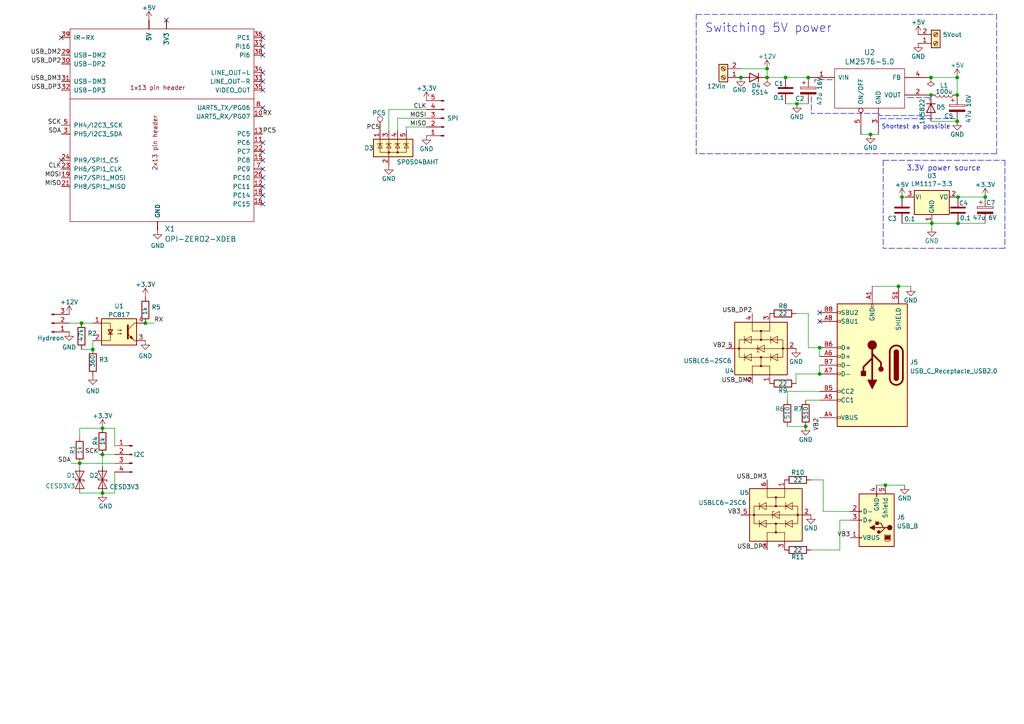
<source format=kicad_sch>
(kicad_sch (version 20240101) (generator "eeschema") (generator_version "8.99")
  (paper "A4")
  (lib_symbols
    (symbol "Connector:Conn_01x03_Male" (pin_names (offset 1.016) hide)
      (property "Reference" "J" (at 0 5.08 0))
      (property "Value" "Conn_01x03_Male" (at 0 -5.08 0))
      (symbol "Conn_01x03_Male_1_1"
        (polyline (pts (xy 1.27 -2.54) (xy 0.8636 -2.54)) (stroke (width 0.1524)))
        (polyline (pts (xy 1.27 0) (xy 0.8636 0)) (stroke (width 0.1524)))
        (polyline (pts (xy 1.27 2.54) (xy 0.8636 2.54)) (stroke (width 0.1524)))
        (rectangle (start 0.8636 -2.413) (end 0 -2.667) (stroke (width 0.1524)) (fill (type outline)))
        (rectangle (start 0.8636 0.127) (end 0 -0.127) (stroke (width 0.1524)) (fill (type outline)))
        (rectangle (start 0.8636 2.667) (end 0 2.413) (stroke (width 0.1524)) (fill (type outline)))
        (pin passive line (at 5.08 2.54 180) (length 3.81) (name "Pin_1") (number "1"))
        (pin passive line (at 5.08 0 180) (length 3.81) (name "Pin_2") (number "2"))
        (pin passive line (at 5.08 -2.54 180) (length 3.81) (name "Pin_3") (number "3"))
      )
    )
    (symbol "Connector:Conn_01x04_Male" (pin_names (offset 1.016) hide)
      (property "Reference" "J" (at 0 5.08 0))
      (property "Value" "Conn_01x04_Male" (at 0 -7.62 0))
      (symbol "Conn_01x04_Male_1_1"
        (polyline (pts (xy 1.27 -5.08) (xy 0.8636 -5.08)) (stroke (width 0.1524)))
        (polyline (pts (xy 1.27 -2.54) (xy 0.8636 -2.54)) (stroke (width 0.1524)))
        (polyline (pts (xy 1.27 0) (xy 0.8636 0)) (stroke (width 0.1524)))
        (polyline (pts (xy 1.27 2.54) (xy 0.8636 2.54)) (stroke (width 0.1524)))
        (rectangle (start 0.8636 -4.953) (end 0 -5.207) (stroke (width 0.1524)) (fill (type outline)))
        (rectangle (start 0.8636 -2.413) (end 0 -2.667) (stroke (width 0.1524)) (fill (type outline)))
        (rectangle (start 0.8636 0.127) (end 0 -0.127) (stroke (width 0.1524)) (fill (type outline)))
        (rectangle (start 0.8636 2.667) (end 0 2.413) (stroke (width 0.1524)) (fill (type outline)))
        (pin passive line (at 5.08 2.54 180) (length 3.81) (name "Pin_1") (number "1"))
        (pin passive line (at 5.08 0 180) (length 3.81) (name "Pin_2") (number "2"))
        (pin passive line (at 5.08 -2.54 180) (length 3.81) (name "Pin_3") (number "3"))
        (pin passive line (at 5.08 -5.08 180) (length 3.81) (name "Pin_4") (number "4"))
      )
    )
    (symbol "Connector:Conn_01x05_Male" (pin_names (offset 1.016) hide)
      (property "Reference" "J" (at 0 7.62 0))
      (property "Value" "Conn_01x05_Male" (at 0 -7.62 0))
      (symbol "Conn_01x05_Male_1_1"
        (polyline (pts (xy 1.27 -5.08) (xy 0.8636 -5.08)) (stroke (width 0.1524)))
        (polyline (pts (xy 1.27 -2.54) (xy 0.8636 -2.54)) (stroke (width 0.1524)))
        (polyline (pts (xy 1.27 0) (xy 0.8636 0)) (stroke (width 0.1524)))
        (polyline (pts (xy 1.27 2.54) (xy 0.8636 2.54)) (stroke (width 0.1524)))
        (polyline (pts (xy 1.27 5.08) (xy 0.8636 5.08)) (stroke (width 0.1524)))
        (rectangle (start 0.8636 -4.953) (end 0 -5.207) (stroke (width 0.1524)) (fill (type outline)))
        (rectangle (start 0.8636 -2.413) (end 0 -2.667) (stroke (width 0.1524)) (fill (type outline)))
        (rectangle (start 0.8636 0.127) (end 0 -0.127) (stroke (width 0.1524)) (fill (type outline)))
        (rectangle (start 0.8636 2.667) (end 0 2.413) (stroke (width 0.1524)) (fill (type outline)))
        (rectangle (start 0.8636 5.207) (end 0 4.953) (stroke (width 0.1524)) (fill (type outline)))
        (pin passive line (at 5.08 5.08 180) (length 3.81) (name "Pin_1") (number "1"))
        (pin passive line (at 5.08 2.54 180) (length 3.81) (name "Pin_2") (number "2"))
        (pin passive line (at 5.08 0 180) (length 3.81) (name "Pin_3") (number "3"))
        (pin passive line (at 5.08 -2.54 180) (length 3.81) (name "Pin_4") (number "4"))
        (pin passive line (at 5.08 -5.08 180) (length 3.81) (name "Pin_5") (number "5"))
      )
    )
    (symbol "Connector:Screw_Terminal_01x02" (pin_names (offset 1.016) hide)
      (property "Reference" "J" (at 0 2.54 0))
      (property "Value" "Screw_Terminal_01x02" (at 0 -5.08 0))
      (symbol "Screw_Terminal_01x02_1_1"
        (rectangle (start -1.27 1.27) (end 1.27 -3.81) (stroke (width 0.254)) (fill (type background)))
        (circle (center 0 -2.54) (radius 0.635) (stroke (width 0.1524)))
        (polyline (pts (xy -0.5334 -2.2098) (xy 0.3302 -3.048)) (stroke (width 0.1524)))
        (polyline (pts (xy -0.5334 0.3302) (xy 0.3302 -0.508)) (stroke (width 0.1524)))
        (polyline (pts (xy -0.3556 -2.032) (xy 0.508 -2.8702)) (stroke (width 0.1524)))
        (polyline (pts (xy -0.3556 0.508) (xy 0.508 -0.3302)) (stroke (width 0.1524)))
        (circle (center 0 0) (radius 0.635) (stroke (width 0.1524)))
        (pin passive line (at -5.08 0 0) (length 3.81) (name "Pin_1") (number "1"))
        (pin passive line (at -5.08 -2.54 0) (length 3.81) (name "Pin_2") (number "2"))
      )
    )
    (symbol "Connector:TestPoint" (pin_numbers hide) (pin_names (offset 0.762) hide)
      (property "Reference" "TP" (at 0 6.858 0))
      (property "Value" "TestPoint" (at 0 5.08 0))
      (symbol "TestPoint_0_1"
        (circle (center 0 3.302) (radius 0.762))
      )
      (symbol "TestPoint_1_1"
        (pin passive line (at 0 0 90) (length 2.54) (name "1") (number "1"))
      )
    )
    (symbol "Connector:USB_B" (pin_names (offset 1.016))
      (property "Reference" "J" (at -5.08 11.43 0))
      (property "Value" "USB_B" (at -5.08 8.89 0))
      (symbol "USB_B_0_1"
        (rectangle (start -5.08 -7.62) (end 5.08 7.62) (stroke (width 0.254)) (fill (type background)))
        (circle (center -3.81 2.159) (radius 0.635) (stroke (width 0.254)) (fill (type outline)))
        (rectangle (start -3.81 5.588) (end -2.54 4.572) (fill (type outline)))
        (circle (center -0.635 3.429) (radius 0.381) (stroke (width 0.254)) (fill (type outline)))
        (rectangle (start -0.127 -7.62) (end 0.127 -6.858))
        (polyline (pts (xy -1.905 2.159) (xy 0.635 2.159)) (stroke (width 0.254)))
        (polyline (pts (xy -3.175 2.159) (xy -2.54 2.159) (xy -1.27 3.429) (xy -0.635 3.429)) (stroke (width 0.254)))
        (polyline (pts (xy -2.54 2.159) (xy -1.905 2.159) (xy -1.27 0.889) (xy 0 0.889)) (stroke (width 0.254)))
        (polyline (pts (xy 0.635 2.794) (xy 0.635 1.524) (xy 1.905 2.159) (xy 0.635 2.794)) (stroke (width 0.254)) (fill (type outline)))
        (polyline (pts (xy -4.064 4.318) (xy -2.286 4.318) (xy -2.286 5.715) (xy -2.667 6.096) (xy -3.683 6.096) (xy -4.064 5.715) (xy -4.064 4.318)))
        (rectangle (start 0.254 1.27) (end -0.508 0.508) (stroke (width 0.254)) (fill (type outline)))
        (rectangle (start 5.08 -2.667) (end 4.318 -2.413))
        (rectangle (start 5.08 -0.127) (end 4.318 0.127))
        (rectangle (start 5.08 4.953) (end 4.318 5.207))
      )
      (symbol "USB_B_1_1"
        (pin power_out line (at 7.62 5.08 180) (length 2.54) (name "VBUS") (number "1"))
        (pin bidirectional line (at 7.62 -2.54 180) (length 2.54) (name "D-") (number "2"))
        (pin bidirectional line (at 7.62 0 180) (length 2.54) (name "D+") (number "3"))
        (pin power_out line (at 0 -10.16 90) (length 2.54) (name "GND") (number "4"))
        (pin passive line (at -2.54 -10.16 90) (length 2.54) (name "Shield") (number "5"))
      )
    )
    (symbol "Connector:USB_C_Receptacle_USB2.0" (pin_names (offset 1.016))
      (property "Reference" "J" (at -10.16 19.05 0))
      (property "Value" "USB_C_Receptacle_USB2.0" (at 19.05 19.05 0))
      (symbol "USB_C_Receptacle_USB2.0_0_0"
        (rectangle (start -0.254 -17.78) (end 0.254 -16.764))
        (rectangle (start 10.16 -14.986) (end 9.144 -15.494))
        (rectangle (start 10.16 -12.446) (end 9.144 -12.954))
        (rectangle (start 10.16 -4.826) (end 9.144 -5.334))
        (rectangle (start 10.16 -2.286) (end 9.144 -2.794))
        (rectangle (start 10.16 0.254) (end 9.144 -0.254))
        (rectangle (start 10.16 2.794) (end 9.144 2.286))
        (rectangle (start 10.16 7.874) (end 9.144 7.366))
        (rectangle (start 10.16 10.414) (end 9.144 9.906))
        (rectangle (start 10.16 15.494) (end 9.144 14.986))
      )
      (symbol "USB_C_Receptacle_USB2.0_0_1"
        (rectangle (start -10.16 17.78) (end 10.16 -17.78) (stroke (width 0.254)) (fill (type background)))
        (arc (start -8.89 -3.81) (mid -6.985 -5.7066) (end -5.08 -3.81) (stroke (width 0.508)))
        (arc (start -7.62 -3.81) (mid -6.985 -4.4422) (end -6.35 -3.81) (stroke (width 0.254)))
        (arc (start -7.62 -3.81) (mid -6.985 -4.4422) (end -6.35 -3.81) (stroke (width 0.254)) (fill (type outline)))
        (rectangle (start -7.62 -3.81) (end -6.35 3.81) (stroke (width 0.254)) (fill (type outline)))
        (arc (start -6.35 3.81) (mid -6.985 4.4422) (end -7.62 3.81) (stroke (width 0.254)))
        (arc (start -6.35 3.81) (mid -6.985 4.4422) (end -7.62 3.81) (stroke (width 0.254)) (fill (type outline)))
        (arc (start -5.08 3.81) (mid -6.985 5.7066) (end -8.89 3.81) (stroke (width 0.508)))
        (circle (center -2.54 1.143) (radius 0.635) (stroke (width 0.254)) (fill (type outline)))
        (circle (center 0 -5.842) (radius 1.27) (fill (type outline)))
        (polyline (pts (xy -8.89 -3.81) (xy -8.89 3.81)) (stroke (width 0.508)))
        (polyline (pts (xy -5.08 3.81) (xy -5.08 -3.81)) (stroke (width 0.508)))
        (polyline (pts (xy 0 -5.842) (xy 0 4.318)) (stroke (width 0.508)))
        (polyline (pts (xy 0 -3.302) (xy -2.54 -0.762) (xy -2.54 0.508)) (stroke (width 0.508)))
        (polyline (pts (xy 0 -2.032) (xy 2.54 0.508) (xy 2.54 1.778)) (stroke (width 0.508)))
        (polyline (pts (xy -1.27 4.318) (xy 0 6.858) (xy 1.27 4.318) (xy -1.27 4.318)) (stroke (width 0.254)) (fill (type outline)))
        (rectangle (start 1.905 1.778) (end 3.175 3.048) (stroke (width 0.254)) (fill (type outline)))
      )
      (symbol "USB_C_Receptacle_USB2.0_1_1"
        (pin passive line (at 0 -22.86 90) (length 5.08) (name "GND") (number "A1"))
        (pin passive line (at 0 -22.86 90) (length 5.08) hide (name "GND") (number "A12"))
        (pin passive line (at 15.24 15.24 180) (length 5.08) (name "VBUS") (number "A4"))
        (pin bidirectional line (at 15.24 10.16 180) (length 5.08) (name "CC1") (number "A5"))
        (pin bidirectional line (at 15.24 -2.54 180) (length 5.08) (name "D+") (number "A6"))
        (pin bidirectional line (at 15.24 2.54 180) (length 5.08) (name "D-") (number "A7"))
        (pin bidirectional line (at 15.24 -12.7 180) (length 5.08) (name "SBU1") (number "A8"))
        (pin passive line (at 15.24 15.24 180) (length 5.08) hide (name "VBUS") (number "A9"))
        (pin passive line (at 0 -22.86 90) (length 5.08) hide (name "GND") (number "B1"))
        (pin passive line (at 0 -22.86 90) (length 5.08) hide (name "GND") (number "B12"))
        (pin passive line (at 15.24 15.24 180) (length 5.08) hide (name "VBUS") (number "B4"))
        (pin bidirectional line (at 15.24 7.62 180) (length 5.08) (name "CC2") (number "B5"))
        (pin bidirectional line (at 15.24 -5.08 180) (length 5.08) (name "D+") (number "B6"))
        (pin bidirectional line (at 15.24 0 180) (length 5.08) (name "D-") (number "B7"))
        (pin bidirectional line (at 15.24 -15.24 180) (length 5.08) (name "SBU2") (number "B8"))
        (pin passive line (at 15.24 15.24 180) (length 5.08) hide (name "VBUS") (number "B9"))
        (pin passive line (at -7.62 -22.86 90) (length 5.08) (name "SHIELD") (number "S1"))
      )
    )
    (symbol "Device:C" (pin_numbers hide) (pin_names (offset 0.254))
      (property "Reference" "C" (at 0.635 2.54 0))
      (property "Value" "C" (at 0.635 -2.54 0))
      (symbol "C_0_1"
        (polyline (pts (xy -2.032 -0.762) (xy 2.032 -0.762)) (stroke (width 0.508)))
        (polyline (pts (xy -2.032 0.762) (xy 2.032 0.762)) (stroke (width 0.508)))
      )
      (symbol "C_1_1"
        (pin passive line (at 0 3.81 270) (length 2.794) (name "~") (number "1"))
        (pin passive line (at 0 -3.81 90) (length 2.794) (name "~") (number "2"))
      )
    )
    (symbol "Device:C_Polarized" (pin_numbers hide) (pin_names (offset 0.254))
      (property "Reference" "C" (at 0.635 2.54 0))
      (property "Value" "C_Polarized" (at 0.635 -2.54 0))
      (symbol "C_Polarized_0_1"
        (rectangle (start -2.286 0.508) (end 2.286 1.016))
        (polyline (pts (xy -1.778 2.286) (xy -0.762 2.286)))
        (polyline (pts (xy -1.27 2.794) (xy -1.27 1.778)))
        (rectangle (start 2.286 -0.508) (end -2.286 -1.016) (fill (type outline)))
      )
      (symbol "C_Polarized_1_1"
        (pin passive line (at 0 3.81 270) (length 2.794) (name "~") (number "1"))
        (pin passive line (at 0 -3.81 90) (length 2.794) (name "~") (number "2"))
      )
    )
    (symbol "Device:D" (pin_numbers hide) (pin_names (offset 1.016) hide)
      (property "Reference" "D" (at 0 2.54 0))
      (property "Value" "D" (at 0 -2.54 0))
      (symbol "D_0_1"
        (polyline (pts (xy -1.27 1.27) (xy -1.27 -1.27)) (stroke (width 0.254)))
        (polyline (pts (xy 1.27 0) (xy -1.27 0)))
        (polyline (pts (xy 1.27 1.27) (xy 1.27 -1.27) (xy -1.27 0) (xy 1.27 1.27)) (stroke (width 0.254)))
      )
      (symbol "D_1_1"
        (pin passive line (at -3.81 0 0) (length 2.54) (name "K") (number "1"))
        (pin passive line (at 3.81 0 180) (length 2.54) (name "A") (number "2"))
      )
    )
    (symbol "Device:L" (pin_numbers hide) (pin_names (offset 1.016) hide)
      (property "Reference" "L" (at -1.27 0 90))
      (property "Value" "L" (at 1.905 0 90))
      (symbol "L_0_1"
        (arc (start 0 -2.54) (mid 0.6323 -1.905) (end 0 -1.27))
        (arc (start 0 -1.27) (mid 0.6323 -0.635) (end 0 0))
        (arc (start 0 0) (mid 0.6323 0.635) (end 0 1.27))
        (arc (start 0 1.27) (mid 0.6323 1.905) (end 0 2.54))
      )
      (symbol "L_1_1"
        (pin passive line (at 0 3.81 270) (length 1.27) (name "1") (number "1"))
        (pin passive line (at 0 -3.81 90) (length 1.27) (name "2") (number "2"))
      )
    )
    (symbol "Device:R" (pin_numbers hide) (pin_names (offset 0))
      (property "Reference" "R" (at 2.032 0 90))
      (property "Value" "R" (at 0 0 90))
      (symbol "R_0_1"
        (rectangle (start -1.016 -2.54) (end 1.016 2.54) (stroke (width 0.254)))
      )
      (symbol "R_1_1"
        (pin passive line (at 0 3.81 270) (length 1.27) (name "~") (number "1"))
        (pin passive line (at 0 -3.81 90) (length 1.27) (name "~") (number "2"))
      )
    )
    (symbol "Diode:ESD9B3.3ST5G" (pin_numbers hide) (pin_names (offset 1.016) hide)
      (property "Reference" "D" (at 0 2.54 0))
      (property "Value" "ESD9B3.3ST5G" (at 0 -2.54 0))
      (symbol "ESD9B3.3ST5G_0_1"
        (polyline (pts (xy 1.27 0) (xy -1.27 0)))
        (polyline (pts (xy -2.54 -1.27) (xy 0 0) (xy -2.54 1.27) (xy -2.54 -1.27)) (stroke (width 0.2032)))
        (polyline (pts (xy 0.508 1.27) (xy 0 1.27) (xy 0 -1.27) (xy -0.508 -1.27)) (stroke (width 0.2032)))
        (polyline (pts (xy 2.54 1.27) (xy 2.54 -1.27) (xy 0 0) (xy 2.54 1.27)) (stroke (width 0.2032)))
      )
      (symbol "ESD9B3.3ST5G_1_1"
        (pin passive line (at -3.81 0 0) (length 2.54) (name "A1") (number "1"))
        (pin passive line (at 3.81 0 180) (length 2.54) (name "A2") (number "2"))
      )
    )
    (symbol "Isolator:PC817" (pin_names (offset 1.016))
      (property "Reference" "U" (at -5.08 5.08 0))
      (property "Value" "PC817" (at 0 5.08 0))
      (symbol "PC817_0_1"
        (rectangle (start -5.08 3.81) (end 5.08 -3.81) (stroke (width 0.254)) (fill (type background)))
        (polyline (pts (xy -3.175 -0.635) (xy -1.905 -0.635)) (stroke (width 0.254)))
        (polyline (pts (xy 2.54 0.635) (xy 4.445 2.54)))
        (polyline (pts (xy 4.445 -2.54) (xy 2.54 -0.635)) (fill (type outline)))
        (polyline (pts (xy 4.445 -2.54) (xy 5.08 -2.54)))
        (polyline (pts (xy 4.445 2.54) (xy 5.08 2.54)))
        (polyline (pts (xy -5.08 2.54) (xy -2.54 2.54) (xy -2.54 -0.635)))
        (polyline (pts (xy -2.54 -0.635) (xy -2.54 -2.54) (xy -5.08 -2.54)))
        (polyline (pts (xy 2.54 1.905) (xy 2.54 -1.905) (xy 2.54 -1.905)) (stroke (width 0.508)))
        (polyline (pts (xy -2.54 -0.635) (xy -3.175 0.635) (xy -1.905 0.635) (xy -2.54 -0.635)) (stroke (width 0.254)))
        (polyline (pts (xy -0.508 -0.508) (xy 0.762 -0.508) (xy 0.381 -0.635) (xy 0.381 -0.381) (xy 0.762 -0.508)))
        (polyline (pts (xy -0.508 0.508) (xy 0.762 0.508) (xy 0.381 0.381) (xy 0.381 0.635) (xy 0.762 0.508)))
        (polyline (pts (xy 3.048 -1.651) (xy 3.556 -1.143) (xy 4.064 -2.159) (xy 3.048 -1.651) (xy 3.048 -1.651)) (fill (type outline)))
      )
      (symbol "PC817_1_1"
        (pin passive line (at -7.62 2.54 0) (length 2.54) (name "~") (number "1"))
        (pin passive line (at -7.62 -2.54 0) (length 2.54) (name "~") (number "2"))
        (pin passive line (at 7.62 -2.54 180) (length 2.54) (name "~") (number "3"))
        (pin passive line (at 7.62 2.54 180) (length 2.54) (name "~") (number "4"))
      )
    )
    (symbol "Power_Protection:SP0504BAHT" (pin_names hide)
      (property "Reference" "D" (at 7.62 2.54 0))
      (property "Value" "SP0504BAHT" (at 7.62 0.635 0))
      (symbol "SP0504BAHT_0_0"
        (pin passive line (at 0 -5.08 90) (length 2.54) (name "A") (number "2"))
      )
      (symbol "SP0504BAHT_0_1"
        (rectangle (start -4.445 2.54) (end 6.985 -2.54) (stroke (width 0.254)) (fill (type background)))
        (circle (center 0 -1.27) (radius 0.254) (fill (type outline)))
        (polyline (pts (xy -2.54 2.54) (xy -2.54 1.27)))
        (polyline (pts (xy 0 -1.27) (xy 0 -2.54)))
        (polyline (pts (xy 0 -1.27) (xy 0 1.27)))
        (polyline (pts (xy 0 2.54) (xy 0 1.27)))
        (polyline (pts (xy 2.54 2.54) (xy 2.54 1.27)))
        (polyline (pts (xy 5.08 2.54) (xy 5.08 1.27)))
        (polyline (pts (xy -3.302 1.016) (xy -3.302 1.27) (xy -1.778 1.27)))
        (polyline (pts (xy 0.762 1.27) (xy -0.762 1.27) (xy -0.762 1.016)))
        (polyline (pts (xy 5.08 1.27) (xy 5.08 -1.27) (xy 2.54 -1.27)))
        (polyline (pts (xy -2.54 1.27) (xy -2.54 -1.27) (xy 2.54 -1.27) (xy 2.54 1.27)))
        (polyline (pts (xy -2.54 1.27) (xy -1.905 0) (xy -3.175 0) (xy -2.54 1.27)))
        (polyline (pts (xy 0.635 0) (xy -0.635 0) (xy 0 1.27) (xy 0.635 0)))
        (polyline (pts (xy 1.778 1.016) (xy 1.778 1.27) (xy 3.175 1.27) (xy 3.302 1.27)))
        (polyline (pts (xy 2.54 1.27) (xy 1.905 0) (xy 3.175 0) (xy 2.54 1.27)))
        (polyline (pts (xy 4.318 1.016) (xy 4.318 1.27) (xy 5.715 1.27) (xy 5.842 1.27)))
        (polyline (pts (xy 5.08 1.27) (xy 4.445 0) (xy 5.715 0) (xy 5.08 1.27)))
        (circle (center 2.54 -1.27) (radius 0.254) (fill (type outline)))
      )
      (symbol "SP0504BAHT_1_1"
        (pin passive line (at -2.54 5.08 270) (length 2.54) (name "K") (number "1"))
        (pin passive line (at 0 5.08 270) (length 2.54) (name "K") (number "3"))
        (pin passive line (at 2.54 5.08 270) (length 2.54) (name "K") (number "4"))
        (pin passive line (at 5.08 5.08 270) (length 2.54) (name "K") (number "5"))
      )
    )
    (symbol "Power_Protection:USBLC6-2SC6" (pin_names hide)
      (property "Reference" "U" (at 2.54 8.89 0))
      (property "Value" "USBLC6-2SC6" (at 2.54 -8.89 0))
      (symbol "USBLC6-2SC6_0_1"
        (rectangle (start -7.62 -7.62) (end 7.62 7.62) (stroke (width 0.254)) (fill (type background)))
        (circle (center -5.08 0) (radius 0.254) (fill (type outline)))
        (circle (center -2.54 0) (radius 0.254) (fill (type outline)))
        (rectangle (start -2.54 6.35) (end 2.54 -6.35))
        (circle (center 0 -6.35) (radius 0.254) (fill (type outline)))
        (polyline (pts (xy -5.08 -2.54) (xy -7.62 -2.54)))
        (polyline (pts (xy -5.08 0) (xy -5.08 -2.54)))
        (polyline (pts (xy -5.08 2.54) (xy -7.62 2.54)))
        (polyline (pts (xy -1.524 -2.794) (xy -3.556 -2.794)))
        (polyline (pts (xy -1.524 4.826) (xy -3.556 4.826)))
        (polyline (pts (xy 0 -7.62) (xy 0 -6.35)))
        (polyline (pts (xy 0 -6.35) (xy 0 1.27)))
        (polyline (pts (xy 0 1.27) (xy 0 6.35)))
        (polyline (pts (xy 0 6.35) (xy 0 7.62)))
        (polyline (pts (xy 1.524 -2.794) (xy 3.556 -2.794)))
        (polyline (pts (xy 1.524 4.826) (xy 3.556 4.826)))
        (polyline (pts (xy 5.08 -2.54) (xy 7.62 -2.54)))
        (polyline (pts (xy 5.08 0) (xy 5.08 -2.54)))
        (polyline (pts (xy 5.08 2.54) (xy 7.62 2.54)))
        (polyline (pts (xy -2.54 0) (xy -5.08 0) (xy -5.08 2.54)))
        (polyline (pts (xy 2.54 0) (xy 5.08 0) (xy 5.08 2.54)))
        (polyline (pts (xy -3.556 -4.826) (xy -1.524 -4.826) (xy -2.54 -2.794) (xy -3.556 -4.826)))
        (polyline (pts (xy -3.556 2.794) (xy -1.524 2.794) (xy -2.54 4.826) (xy -3.556 2.794)))
        (polyline (pts (xy -1.016 -1.016) (xy 1.016 -1.016) (xy 0 1.016) (xy -1.016 -1.016)))
        (polyline (pts (xy 1.016 1.016) (xy 0.762 1.016) (xy -1.016 1.016) (xy -1.016 0.508)))
        (polyline (pts (xy 3.556 -4.826) (xy 1.524 -4.826) (xy 2.54 -2.794) (xy 3.556 -4.826)))
        (polyline (pts (xy 3.556 2.794) (xy 1.524 2.794) (xy 2.54 4.826) (xy 3.556 2.794)))
        (circle (center 0 6.35) (radius 0.254) (fill (type outline)))
        (circle (center 2.54 0) (radius 0.254) (fill (type outline)))
        (circle (center 5.08 0) (radius 0.254) (fill (type outline)))
      )
      (symbol "USBLC6-2SC6_1_1"
        (pin passive line (at -10.16 -2.54 0) (length 2.54) (name "I/O1") (number "1"))
        (pin passive line (at 0 -10.16 90) (length 2.54) (name "GND") (number "2"))
        (pin passive line (at 10.16 -2.54 180) (length 2.54) (name "I/O2") (number "3"))
        (pin passive line (at 10.16 2.54 180) (length 2.54) (name "I/O2") (number "4"))
        (pin passive line (at 0 10.16 270) (length 2.54) (name "VBUS") (number "5"))
        (pin passive line (at -10.16 2.54 0) (length 2.54) (name "I/O1") (number "6"))
      )
    )
    (symbol "Regulator_Linear:LM1117-3.3" (pin_names (offset 0.254))
      (property "Reference" "U" (at -3.81 3.175 0))
      (property "Value" "LM1117-3.3" (at 0 3.175 0))
      (symbol "LM1117-3.3_0_1"
        (rectangle (start -5.08 -5.08) (end 5.08 1.905) (stroke (width 0.254)) (fill (type background)))
      )
      (symbol "LM1117-3.3_1_1"
        (pin power_in line (at 0 -7.62 90) (length 2.54) (name "GND") (number "1"))
        (pin power_out line (at 7.62 0 180) (length 2.54) (name "VO") (number "2"))
        (pin power_in line (at -7.62 0 0) (length 2.54) (name "VI") (number "3"))
      )
    )
    (symbol "opi-hat:OPI-ZERO2-XDEB" (pin_names (offset 1.016))
      (property "Reference" "X" (at 2.54 5.08 0))
      (property "Value" "OPI-ZERO2-XDEB" (at 2.54 2.54 0))
      (symbol "OPI-ZERO2-XDEB_1_0"
        (polyline (pts (xy 0 0) (xy 53.34 0)))
        (polyline (pts (xy 0 35.56) (xy 0 0)))
        (polyline (pts (xy 0 35.56) (xy 53.34 35.56)))
        (polyline (pts (xy 0 55.88) (xy 0 35.56)))
        (polyline (pts (xy 53.34 0) (xy 53.34 35.56)))
        (polyline (pts (xy 53.34 35.56) (xy 53.34 55.88)))
        (polyline (pts (xy 53.34 55.88) (xy 0 55.88)))
        (text "1x13 pin header" (at 25.4 38.1 0) (effects (font (size 1.27 1.27)) (justify bottom)))
        (text "2x13 pin header" (at 25.4 22.86 900) (effects (font (size 1.27 1.27)) (justify bottom)))
        (pin power_in line (at 27.94 58.42 270) (length 2.54) (name "3V3") (number "1"))
        (pin bidirectional line (at 55.88 30.48 180) (length 2.54) (name "UART5_RX/PG07") (number "10"))
        (pin bidirectional line (at 55.88 22.86 180) (length 2.54) (name "PC6") (number "11"))
        (pin bidirectional line (at 55.88 10.16 180) (length 2.54) (name "PC11") (number "12"))
        (pin bidirectional line (at 55.88 25.4 180) (length 2.54) (name "PC5") (number "13"))
        (pin power_in line (at 25.4 -2.54 90) (length 2.54) (name "GND") (number "14"))
        (pin bidirectional line (at 55.88 17.78 180) (length 2.54) (name "PC8") (number "15"))
        (pin bidirectional line (at 55.88 5.08 180) (length 2.54) (name "PC15") (number "16"))
        (pin power_in line (at 27.94 58.42 270) (length 2.54) (name "3V3") (number "17"))
        (pin bidirectional line (at 55.88 7.62 180) (length 2.54) (name "PC14") (number "18"))
        (pin bidirectional line (at -2.54 12.7 0) (length 2.54) (name "PH7/SPI1_MOSI") (number "19"))
        (pin power_in line (at 22.86 58.42 270) (length 2.54) (name "5V") (number "2"))
        (pin power_in line (at 25.4 -2.54 90) (length 2.54) (name "GND") (number "20"))
        (pin bidirectional line (at -2.54 10.16 0) (length 2.54) (name "PH8/SPI1_MISO") (number "21"))
        (pin bidirectional line (at 55.88 20.32 180) (length 2.54) (name "PC7") (number "22"))
        (pin bidirectional line (at -2.54 15.24 0) (length 2.54) (name "PH6/SPI1_CLK") (number "23"))
        (pin bidirectional line (at -2.54 17.78 0) (length 2.54) (name "PH9/SPI1_CS") (number "24"))
        (pin power_in line (at 25.4 -2.54 90) (length 2.54) (name "GND") (number "25"))
        (pin bidirectional line (at 55.88 12.7 180) (length 2.54) (name "PC10") (number "26"))
        (pin power_in line (at 22.86 58.42 270) (length 2.54) (name "5V") (number "27"))
        (pin power_in line (at 22.86 58.42 270) (length 2.54) (name "5V") (number "27"))
        (pin power_in line (at 25.4 -2.54 90) (length 2.54) (name "GND") (number "28"))
        (pin bidirectional line (at -2.54 48.26 0) (length 2.54) (name "USB-DM2") (number "29"))
        (pin bidirectional line (at -2.54 25.4 0) (length 2.54) (name "PH5/I2C3_SDA") (number "3"))
        (pin bidirectional line (at -2.54 45.72 0) (length 2.54) (name "USB-DP2") (number "30"))
        (pin bidirectional line (at -2.54 40.64 0) (length 2.54) (name "USB-DM3") (number "31"))
        (pin bidirectional line (at -2.54 38.1 0) (length 2.54) (name "USB-DP3") (number "32"))
        (pin passive line (at 55.88 40.64 180) (length 2.54) (name "LINE_OUT-R") (number "33"))
        (pin passive line (at 55.88 43.18 180) (length 2.54) (name "LINE_OUT-L") (number "34"))
        (pin passive line (at 55.88 38.1 180) (length 2.54) (name "VIDEO_OUT") (number "35"))
        (pin passive line (at 55.88 53.34 180) (length 2.54) (name "PC1") (number "36"))
        (pin passive line (at 55.88 50.8 180) (length 2.54) (name "PI16") (number "37"))
        (pin passive line (at 55.88 48.26 180) (length 2.54) (name "PI6") (number "38"))
        (pin passive line (at -2.54 53.34 0) (length 2.54) (name "IR-RX") (number "39"))
        (pin power_in line (at 22.86 58.42 270) (length 2.54) (name "5V") (number "4"))
        (pin power_in line (at 22.86 58.42 270) (length 2.54) (name "5V") (number "4"))
        (pin bidirectional line (at -2.54 27.94 0) (length 2.54) (name "PH4/I2C3_SCK") (number "5"))
        (pin power_in line (at 25.4 -2.54 90) (length 2.54) (name "GND") (number "6"))
        (pin bidirectional line (at 55.88 15.24 180) (length 2.54) (name "PC9") (number "7"))
        (pin bidirectional line (at 55.88 33.02 180) (length 2.54) (name "UART5_TX/PG06") (number "8"))
        (pin power_in line (at 25.4 -2.54 90) (length 2.54) (name "GND") (number "9"))
      )
    )
    (symbol "power:+12V" (power) (pin_names (offset 0))
      (property "Value" "+12V" (at 0 3.556 0))
      (symbol "+12V_0_1"
        (polyline (pts (xy -0.762 1.27) (xy 0 2.54)))
        (polyline (pts (xy 0 0) (xy 0 2.54)))
        (polyline (pts (xy 0 2.54) (xy 0.762 1.27)))
      )
      (symbol "+12V_1_1"
        (pin power_in line (at 0 0 90) (length 0) hide (name "+12V") (number "1"))
      )
    )
    (symbol "power:+3.3V" (power) (pin_names (offset 0))
      (property "Value" "+3.3V" (at 0 3.556 0))
      (symbol "+3.3V_0_1"
        (polyline (pts (xy -0.762 1.27) (xy 0 2.54)))
        (polyline (pts (xy 0 0) (xy 0 2.54)))
        (polyline (pts (xy 0 2.54) (xy 0.762 1.27)))
      )
      (symbol "+3.3V_1_1"
        (pin power_in line (at 0 0 90) (length 0) hide (name "+3.3V") (number "1"))
      )
    )
    (symbol "power:+5V" (power) (pin_names (offset 0))
      (property "Value" "+5V" (at 0 3.556 0))
      (symbol "+5V_0_1"
        (polyline (pts (xy -0.762 1.27) (xy 0 2.54)))
        (polyline (pts (xy 0 0) (xy 0 2.54)))
        (polyline (pts (xy 0 2.54) (xy 0.762 1.27)))
      )
      (symbol "+5V_1_1"
        (pin power_in line (at 0 0 90) (length 0) hide (name "+5V") (number "1"))
      )
    )
    (symbol "power:GND" (power) (pin_names (offset 0))
      (property "Value" "GND" (at 0 -3.81 0))
      (symbol "GND_0_1"
        (polyline (pts (xy 0 0) (xy 0 -1.27) (xy 1.27 -1.27) (xy 0 -2.54) (xy -1.27 -1.27) (xy 0 -1.27)))
      )
      (symbol "GND_1_1"
        (pin power_in line (at 0 0 270) (length 0) hide (name "GND") (number "1"))
      )
    )
    (symbol "power:PWR_FLAG" (power) (pin_numbers hide) (pin_names (offset 0) hide)
      (property "Value" "PWR_FLAG" (at 0 3.81 0))
      (symbol "PWR_FLAG_0_0"
        (pin power_out line (at 0 0 90) (length 0) (name "pwr") (number "1"))
      )
      (symbol "PWR_FLAG_0_1"
        (polyline (pts (xy 0 0) (xy 0 1.27) (xy -1.016 1.905) (xy 0 2.54) (xy 1.016 1.905) (xy 0 1.27)))
      )
    )
    (symbol "stm32-rescue:+5V" (power) (pin_names (offset 0))
      (property "Value" "+5V" (at 0 3.556 0))
      (symbol "+5V_0_1"
        (polyline (pts (xy -0.762 1.27) (xy 0 2.54)))
        (polyline (pts (xy 0 0) (xy 0 2.54)))
        (polyline (pts (xy 0 2.54) (xy 0.762 1.27)))
      )
      (symbol "+5V_1_1"
        (pin power_in line (at 0 0 90) (length 0) hide (name "+5V") (number "1"))
      )
    )
    (symbol "stm32-rescue:C" (pin_numbers hide) (pin_names (offset 0.254))
      (property "Reference" "C" (at 0.635 2.54 0))
      (property "Value" "C" (at 0.635 -2.54 0))
      (symbol "C_0_1"
        (polyline (pts (xy -2.032 -0.762) (xy 2.032 -0.762)) (stroke (width 0.508)))
        (polyline (pts (xy -2.032 0.762) (xy 2.032 0.762)) (stroke (width 0.508)))
      )
      (symbol "C_1_1"
        (pin passive line (at 0 3.81 270) (length 2.794) (name "~") (number "1"))
        (pin passive line (at 0 -3.81 90) (length 2.794) (name "~") (number "2"))
      )
    )
    (symbol "stm32-rescue:CP" (pin_numbers hide) (pin_names (offset 0.254))
      (property "Reference" "C" (at 0.635 2.54 0))
      (property "Value" "CP" (at 0.635 -2.54 0))
      (symbol "CP_0_1"
        (rectangle (start -2.286 0.508) (end -2.286 1.016))
        (rectangle (start -2.286 0.508) (end 2.286 0.508))
        (polyline (pts (xy -1.778 2.286) (xy -0.762 2.286)))
        (polyline (pts (xy -1.27 2.794) (xy -1.27 1.778)))
        (rectangle (start 2.286 -0.508) (end -2.286 -1.016) (fill (type outline)))
        (rectangle (start 2.286 1.016) (end -2.286 1.016))
        (rectangle (start 2.286 1.016) (end 2.286 0.508))
      )
      (symbol "CP_1_1"
        (pin passive line (at 0 3.81 270) (length 2.794) (name "~") (number "1"))
        (pin passive line (at 0 -3.81 90) (length 2.794) (name "~") (number "2"))
      )
    )
    (symbol "vreg:LM2576" (pin_names (offset 1.016))
      (property "Reference" "U" (at -8.89 6.35 0))
      (property "Value" "LM2576" (at 6.35 6.35 0))
      (symbol "LM2576_0_1"
        (rectangle (start -10.16 5.08) (end 10.16 -6.35))
      )
      (symbol "LM2576_1_1"
        (pin power_in line (at -17.78 2.54 0) (length 7.62) (name "VIN") (number "1"))
        (pin power_out line (at 17.78 -2.54 180) (length 7.62) (name "VOUT") (number "2"))
        (pin power_in line (at 2.54 -13.97 90) (length 7.62) (name "GND") (number "3"))
        (pin input line (at 17.78 2.54 180) (length 7.62) (name "FB") (number "4"))
        (pin input inverted (at -2.54 -13.97 90) (length 7.62) (name "ON/OFF") (number "5"))
      )
    )
  )
  (junction (at 277.622 22.479))
  (junction (at 270.002 22.479))
  (junction (at 237.744 108.458))
  (junction (at 26.924 101.346))
  (junction (at 233.68 123.698))
  (junction (at 231.14 30.099))
  (junction (at 277.876 57.15))
  (junction (at 261.62 57.15))
  (junction (at 237.744 100.838))
  (junction (at 23.114 134.366))
  (junction (at 256.794 140.716))
  (junction (at 222.4786 19.939))
  (junction (at 277.876 64.77))
  (junction (at 42.164 93.726))
  (junction (at 260.604 83.058))
  (junction (at 252.476 38.989))
  (junction (at 270.002 27.559))
  (junction (at 285.75 57.15))
  (junction (at 29.718 124.206))
  (junction (at 277.622 27.559))
  (junction (at 222.504 22.479))
  (junction (at 29.718 143.002))
  (junction (at 227.838 22.479))
  (junction (at 23.622 93.726))
  (junction (at 214.884 22.479))
  (junction (at 277.622 35.179))
  (junction (at 29.718 131.826))
  (junction (at 234.442 22.479))
  (junction (at 270.256 64.77))
  (no_connect (at 48.26 5.842))
  (no_connect (at 237.744 90.678))
  (no_connect (at 237.744 93.218))
  (no_connect (at 76.2 43.942))
  (no_connect (at 76.2 49.022))
  (no_connect (at 76.2 51.562))
  (no_connect (at 76.2 41.402))
  (no_connect (at 76.2 46.482))
  (no_connect (at 76.2 26.162))
  (no_connect (at 76.2 31.242))
  (no_connect (at 17.78 10.922))
  (no_connect (at 76.2 13.462))
  (no_connect (at 76.2 10.922))
  (no_connect (at 76.2 16.002))
  (no_connect (at 76.2 21.082))
  (no_connect (at 76.2 23.622))
  (no_connect (at 17.78 46.482))
  (no_connect (at 76.2 56.642))
  (no_connect (at 76.2 54.102))
  (no_connect (at 76.2 59.182))
  (polyline (pts (xy 289.052 44.577) (xy 201.93 44.577)) (stroke (width 0) (type dash)))
  (polyline (pts (xy 256.159 46.482) (xy 256.159 72.009)) (stroke (width 0) (type dash)))
  (wire (pts (xy 33.274 124.206) (xy 33.274 129.286)))
  (wire (pts (xy 228.346 113.538) (xy 228.346 116.078)))
  (polyline (pts (xy 263.271 28.194) (xy 263.271 28.321)) (stroke (width 0) (type dash)))
  (wire (pts (xy 222.4786 19.939) (xy 222.504 19.939)))
  (wire (pts (xy 254.254 140.716) (xy 256.794 140.716)))
  (wire (pts (xy 42.164 93.726) (xy 44.704 93.726)))
  (wire (pts (xy 230.886 111.252) (xy 230.886 108.458)))
  (polyline (pts (xy 291.465 46.482) (xy 291.465 72.009)) (stroke (width 0) (type dash)))
  (wire (pts (xy 28.575 131.826) (xy 29.718 131.826)))
  (wire (pts (xy 238.76 148.336) (xy 238.76 139.192)))
  (polyline (pts (xy 291.465 72.009) (xy 256.159 72.009)) (stroke (width 0) (type dash)))
  (wire (pts (xy 20.574 134.366) (xy 23.114 134.366)))
  (wire (pts (xy 20.066 93.726) (xy 23.622 93.726)))
  (wire (pts (xy 238.76 139.192) (xy 235.204 139.192)))
  (wire (pts (xy 29.718 143.002) (xy 33.274 143.002)))
  (wire (pts (xy 234.442 90.932) (xy 230.886 90.932)))
  (wire (pts (xy 277.876 64.77) (xy 285.75 64.77)))
  (wire (pts (xy 117.856 36.83) (xy 123.698 36.83)))
  (wire (pts (xy 260.604 83.058) (xy 264.16 83.058)))
  (polyline (pts (xy 256.159 46.482) (xy 291.465 46.482)) (stroke (width 0) (type dash)))
  (wire (pts (xy 227.838 30.099) (xy 231.14 30.099)))
  (wire (pts (xy 29.718 131.826) (xy 33.274 131.826)))
  (wire (pts (xy 23.114 134.366) (xy 23.114 135.382)))
  (wire (pts (xy 261.62 64.77) (xy 270.256 64.77)))
  (wire (pts (xy 237.744 113.538) (xy 228.346 113.538)))
  (wire (pts (xy 237.744 100.838) (xy 234.442 100.838)))
  (wire (pts (xy 233.68 116.078) (xy 237.744 116.078)))
  (wire (pts (xy 112.776 31.75) (xy 112.776 37.846)))
  (wire (pts (xy 23.114 124.206) (xy 29.718 124.206)))
  (wire (pts (xy 277.622 35.179) (xy 270.002 35.179)))
  (polyline (pts (xy 269.621 29.083) (xy 269.621 28.321)) (stroke (width 0) (type dash)))
  (wire (pts (xy 115.316 34.29) (xy 115.316 37.846)))
  (wire (pts (xy 123.698 34.29) (xy 115.316 34.29)))
  (polyline (pts (xy 255.143 33.02) (xy 255.143 33.528)) (stroke (width 0) (type dash)))
  (wire (pts (xy 117.856 37.846) (xy 117.856 36.83)))
  (polyline (pts (xy 255.27 34.417) (xy 277.114 34.417)) (stroke (width 0) (type dash)))
  (wire (pts (xy 246.634 148.336) (xy 238.76 148.336)))
  (wire (pts (xy 227.838 22.479) (xy 234.442 22.479)))
  (wire (pts (xy 228.346 123.698) (xy 233.68 123.698)))
  (wire (pts (xy 254.762 38.989) (xy 252.476 38.989)))
  (wire (pts (xy 270.256 64.77) (xy 277.876 64.77)))
  (wire (pts (xy 262.636 57.15) (xy 261.62 57.15)))
  (polyline (pts (xy 269.748 33.528) (xy 255.143 33.528)) (stroke (width 0) (type dash)))
  (wire (pts (xy 214.884 19.939) (xy 222.4786 19.939)))
  (polyline (pts (xy 236.347 23.114) (xy 236.347 23.876)) (stroke (width 0) (type dash)))
  (wire (pts (xy 230.886 108.458) (xy 237.744 108.458)))
  (polyline (pts (xy 201.93 44.577) (xy 201.93 4.191)) (stroke (width 0) (type dash)))
  (wire (pts (xy 23.114 143.002) (xy 29.718 143.002)))
  (wire (pts (xy 26.924 101.346) (xy 26.924 98.806)))
  (polyline (pts (xy 235.331 28.067) (xy 235.331 32.893)) (stroke (width 0) (type dash)))
  (wire (pts (xy 123.698 31.75) (xy 112.776 31.75)))
  (wire (pts (xy 222.504 19.939) (xy 222.504 22.479)))
  (wire (pts (xy 222.504 22.479) (xy 227.838 22.479)))
  (wire (pts (xy 243.586 150.876) (xy 246.634 150.876)))
  (polyline (pts (xy 254.635 32.893) (xy 235.331 32.893)) (stroke (width 0) (type dash)))
  (polyline (pts (xy 241.427 23.114) (xy 236.347 23.114)) (stroke (width 0) (type dash)))
  (polyline (pts (xy 269.621 28.321) (xy 263.271 28.321)) (stroke (width 0) (type dash)))
  (wire (pts (xy 256.794 140.716) (xy 262.382 140.716)))
  (polyline (pts (xy 289.052 4.191) (xy 289.052 44.577)) (stroke (width 0) (type dash)))
  (wire (pts (xy 23.114 126.746) (xy 23.114 124.206)))
  (wire (pts (xy 277.622 22.479) (xy 270.002 22.479)))
  (wire (pts (xy 29.718 131.826) (xy 29.718 135.382)))
  (wire (pts (xy 23.622 93.726) (xy 26.924 93.726)))
  (wire (pts (xy 243.586 159.512) (xy 243.586 150.876)))
  (wire (pts (xy 270.256 66.04) (xy 270.256 64.77)))
  (wire (pts (xy 29.718 124.206) (xy 33.274 124.206)))
  (wire (pts (xy 277.876 57.15) (xy 285.75 57.15)))
  (wire (pts (xy 237.744 105.918) (xy 237.744 108.458)))
  (wire (pts (xy 252.476 38.989) (xy 249.682 38.989)))
  (wire (pts (xy 237.744 100.838) (xy 237.744 103.378)))
  (wire (pts (xy 234.442 90.932) (xy 234.442 100.838)))
  (wire (pts (xy 235.204 159.512) (xy 243.586 159.512)))
  (wire (pts (xy 252.984 83.058) (xy 260.604 83.058)))
  (wire (pts (xy 23.114 134.366) (xy 33.274 134.366)))
  (wire (pts (xy 264.16 83.058) (xy 264.16 83.312)))
  (wire (pts (xy 33.274 143.002) (xy 33.274 136.906)))
  (wire (pts (xy 277.622 27.559) (xy 277.622 22.479)))
  (wire (pts (xy 23.622 101.346) (xy 26.924 101.346)))
  (wire (pts (xy 231.14 30.099) (xy 234.442 30.099)))
  (polyline (pts (xy 201.93 4.191) (xy 289.052 4.191)) (stroke (width 0) (type dash)))
  (text "Switching 5V power" (at 204.3938 9.7028 0) (effects (font (size 2.4892 2.4892)) (justify left bottom)))
  (text "3.3V power source" (at 262.89 49.784 0) (effects (font (size 1.524 1.524)) (justify left bottom)))
  (text "Shortest as possible" (at 255.651 37.592 0) (effects (font (size 1.27 1.27)) (justify left bottom)))
  (label "RX" (at 76.2 33.782 0))
  (label "USB_DM3" (at 222.504 139.192 180))
  (label "USB_DM3" (at 17.78 23.622 180))
  (label "USB_DP2" (at 17.78 18.542 180))
  (label "VB3" (at 214.884 149.352 180))
  (label "VB3" (at 246.634 155.956 180))
  (label "MOSI" (at 123.698 34.29 180))
  (label "RX" (at 44.704 93.726 0))
  (label "SDA" (at 20.574 134.366 180))
  (label "PC5" (at 76.2 38.862 0))
  (label "MISO" (at 17.78 54.102 180))
  (label "VB2" (at 237.744 121.158 270))
  (label "CLK" (at 123.698 31.75 180))
  (label "VB2" (at 210.566 101.092 180))
  (label "SDA" (at 17.78 38.862 180))
  (label "USB_DP3" (at 17.78 26.162 180))
  (label "USB_DP3" (at 222.504 159.512 180))
  (label "USB_DM2" (at 17.78 16.002 180))
  (label "SCK" (at 17.78 36.322 180))
  (label "MOSI" (at 17.78 51.562 180))
  (label "MISO" (at 123.698 36.83 180))
  (label "USB_DP2" (at 218.186 90.932 180))
  (label "SCK" (at 28.575 131.826 180))
  (label "USB_DM2" (at 218.186 111.252 180))
  (label "PC5" (at 110.236 37.846 180))
  (label "CLK" (at 17.78 49.022 180))
  (symbol (lib_id "Device:R") (at 23.114 130.556 180) (unit 1)
    (property "Reference" "R1" (at 21.082 130.429 90))
    (property "Value" "1k" (at 23.114 130.556 90))
    (property "Footprint" "Resistor_SMD:R_0603_1608Metric_Pad0.98x0.95mm_HandSolder" (effects (hide yes)))
  )
  (symbol (lib_id "power:GND") (at 45.72 66.802 0) (unit 1)
    (property "Reference" "#PWR0101" (effects (hide yes)))
    (property "Value" "GND" (at 45.72 71.2454 0))
  )
  (symbol (lib_id "stm32-rescue:+5V") (at 277.622 22.479 0) (unit 1)
    (property "Reference" "#PWR0109" (effects (hide yes)))
    (property "Value" "+5V" (at 277.622 18.923 0))
  )
  (symbol (lib_id "power:GND") (at 264.16 83.312 0) (unit 1)
    (property "Reference" "#PWR0122" (effects (hide yes)))
    (property "Value" "GND" (at 264.16 87.122 0))
  )
  (symbol (lib_id "stm32-rescue:CP") (at 285.75 60.96 0) (unit 1)
    (property "Reference" "C7" (at 286.004 58.801 0) (effects (justify left)))
    (property "Value" "47u 6V" (at 282.067 63.119 0) (effects (justify left)))
    (property "Footprint" "Capacitor_Tantalum_SMD:CP_EIA-3216-18_Kemet-A_Pad1.58x1.35mm_HandSolder" (effects (hide yes)))
  )
  (symbol (lib_id "power:GND") (at 231.14 30.099 0) (unit 1)
    (property "Reference" "#PWR0105" (effects (hide yes)))
    (property "Value" "GND" (at 231.14 33.909 0))
  )
  (symbol (lib_id "Connector:Screw_Terminal_01x02") (at 271.399 12.573 0) (mirror x) (unit 1)
    (property "Reference" "J7" (effects (hide yes)))
    (property "Value" "5Vout" (at 273.431 10.0584 0) (effects (justify left)))
    (property "Footprint" "Connector_JST:JST_PH_B2B-PH-K_1x02_P2.00mm_Vertical" (effects (hide yes)))
  )
  (symbol (lib_id "power:GND") (at 42.164 98.806 0) (unit 1)
    (property "Reference" "#PWR0113" (effects (hide yes)))
    (property "Value" "GND" (at 42.164 103.2494 0))
  )
  (symbol (lib_id "vreg:LM2576") (at 252.222 25.019 0) (unit 1)
    (property "Reference" "U2" (at 252.222 15.1892 0) (effects (font (size 1.524 1.524))))
    (property "Value" "LM2576-5.0" (at 252.222 17.8816 0) (effects (font (size 1.524 1.524))))
    (property "Footprint" "Package_TO_SOT_SMD:TO-263-5_TabPin3" (effects (hide yes)))
    (property "Manufacturer" "Texas Instruments" (effects (hide yes)))
  )
  (symbol (lib_id "Diode:ESD9B3.3ST5G") (at 23.114 139.192 270) (unit 1)
    (property "Reference" "D1" (at 19.304 137.922 90) (effects (justify left)))
    (property "Value" "CESD3V3" (at 13.208 140.97 90) (effects (justify left)))
    (property "Footprint" "Diode_SMD:D_SOD-323_HandSoldering" (effects (hide yes)))
    (property "Datasheet" "https://www.onsemi.com/pub/Collateral/ESD9B-D.PDF" (effects (hide yes)))
  )
  (symbol (lib_id "power:+3.3V") (at 123.698 29.21 0) (unit 1)
    (property "Reference" "#PWR0126" (effects (hide yes)))
    (property "Value" "+3.3V" (at 123.698 25.6342 0))
  )
  (symbol (lib_id "Connector:TestPoint") (at 110.236 37.846 0) (unit 1)
    (property "Reference" "TP7" (effects (hide yes)))
    (property "Value" "PC5" (at 107.95 32.766 0) (effects (justify left)))
    (property "Footprint" "TestPoint:TestPoint_THTPad_2.5x2.5mm_Drill1.2mm" (effects (hide yes)))
  )
  (symbol (lib_id "Diode:ESD9B3.3ST5G") (at 29.718 139.192 270) (unit 1)
    (property "Reference" "D2" (at 25.908 137.922 90) (effects (justify left)))
    (property "Value" "CESD3V3" (at 31.75 141.224 90) (effects (justify left)))
    (property "Footprint" "Diode_SMD:D_SOD-323_HandSoldering" (effects (hide yes)))
    (property "Datasheet" "https://www.onsemi.com/pub/Collateral/ESD9B-D.PDF" (effects (hide yes)))
  )
  (symbol (lib_id "power:+3.3V") (at 42.164 86.106 0) (unit 1)
    (property "Reference" "#PWR0114" (effects (hide yes)))
    (property "Value" "+3.3V" (at 42.164 82.5302 0))
  )
  (symbol (lib_id "power:GND") (at 123.698 39.37 0) (unit 1)
    (property "Reference" "#PWR0125" (effects (hide yes)))
    (property "Value" "GND" (at 123.698 43.18 0))
  )
  (symbol (lib_id "power:PWR_FLAG") (at 222.504 22.479 180) (unit 1)
    (property "Reference" "#FLG0102" (effects (hide yes)))
    (property "Value" "PWR_FLAG" (effects (hide yes)))
  )
  (symbol (lib_id "Device:D") (at 270.002 31.369 270) (unit 1)
    (property "Reference" "D5" (at 271.526 31.115 90) (effects (justify left)))
    (property "Value" "1N5822" (at 267.462 28.575 0) (effects (justify left)))
    (property "Footprint" "Diode_THT:D_DO-201_P3.81mm_Vertical_AnodeUp" (effects (hide yes)))
  )
  (symbol (lib_id "power:GND") (at 214.884 22.479 0) (unit 1)
    (property "Reference" "#PWR0104" (effects (hide yes)))
    (property "Value" "GND" (at 214.503 26.035 0))
  )
  (symbol (lib_id "Device:R") (at 231.394 139.192 270) (unit 1)
    (property "Reference" "R10" (at 231.394 137.033 90))
    (property "Value" "22" (at 231.394 139.192 90))
    (property "Footprint" "Resistor_SMD:R_0603_1608Metric_Pad0.98x0.95mm_HandSolder" (effects (hide yes)))
  )
  (symbol (lib_id "power:PWR_FLAG") (at 270.002 22.479 180) (unit 1)
    (property "Reference" "#FLG0103" (effects (hide yes)))
    (property "Value" "PWR_FLAG" (effects (hide yes)))
  )
  (symbol (lib_id "power:+12V") (at 222.4786 19.939 0) (unit 1)
    (property "Reference" "#PWR0106" (effects (hide yes)))
    (property "Value" "+12V" (at 222.4786 16.3632 0))
  )
  (symbol (lib_id "power:GND") (at 235.204 149.352 0) (unit 1)
    (property "Reference" "#PWR02" (effects (hide yes)))
    (property "Value" "GND" (at 235.204 153.162 0))
  )
  (symbol (lib_id "Device:R") (at 233.68 119.888 0) (unit 1)
    (property "Reference" "R7" (at 230.124 118.618 0) (effects (justify left)))
    (property "Value" "510" (at 233.68 121.666 90) (effects (justify left)))
    (property "Footprint" "Resistor_SMD:R_0603_1608Metric_Pad0.98x0.95mm_HandSolder" (effects (hide yes)))
  )
  (symbol (lib_id "Device:C_Polarized") (at 277.622 31.369 0) (unit 1)
    (property "Reference" "C5" (at 273.812 33.655 0) (effects (justify left)))
    (property "Value" "47u 10V" (at 280.924 35.687 90) (effects (justify left)))
    (property "Footprint" "Capacitor_Tantalum_SMD:CP_EIA-6032-28_Kemet-C_Pad2.25x2.35mm_HandSolder" (effects (hide yes)))
  )
  (symbol (lib_id "Device:R") (at 228.346 119.888 0) (unit 1)
    (property "Reference" "R6" (at 224.79 118.618 0) (effects (justify left)))
    (property "Value" "510" (at 228.346 121.666 90) (effects (justify left)))
    (property "Footprint" "Resistor_SMD:R_0603_1608Metric_Pad0.98x0.95mm_HandSolder" (effects (hide yes)))
  )
  (symbol (lib_id "Connector:Screw_Terminal_01x02") (at 209.804 22.479 180) (unit 1)
    (property "Reference" "J4" (effects (hide yes)))
    (property "Value" "12Vin" (at 210.566 25.019 0) (effects (justify left)))
    (property "Footprint" "TerminalBlock_Phoenix:TerminalBlock_Phoenix_MKDS-1,5-2_1x02_P5.00mm_Horizontal" (effects (hide yes)))
  )
  (symbol (lib_id "opi-hat:OPI-ZERO2-XDEB") (at 20.32 64.262 0) (unit 1)
    (property "Reference" "X1" (at 47.7394 66.3708 0) (effects (font (size 1.4986 1.4986)) (justify left)))
    (property "Value" "OPI-ZERO2-XDEB" (at 47.7394 69.3185 0) (effects (font (size 1.4986 1.4986)) (justify left)))
    (property "Footprint" "opi-hat:OPIOHATDEB" (effects (hide yes)))
  )
  (symbol (lib_id "Connector:USB_C_Receptacle_USB2.0") (at 252.984 105.918 180) (unit 1)
    (property "Reference" "J5" (at 263.906 105.0833 0) (effects (justify right)))
    (property "Value" "USB_C_Receptacle_USB2.0" (at 263.906 107.6202 0) (effects (justify right)))
    (property "Footprint" "Connector_USB:USB_C_Receptacle_HRO_TYPE-C-31-M-12" (effects (hide yes)))
    (property "Datasheet" "https://www.usb.org/sites/default/files/documents/usb_type-c.zip" (effects (hide yes)))
  )
  (symbol (lib_id "Device:R") (at 29.718 128.016 180) (unit 1)
    (property "Reference" "R4" (at 27.686 127.889 90))
    (property "Value" "1k" (at 29.718 128.016 90))
    (property "Footprint" "Resistor_SMD:R_0603_1608Metric_Pad0.98x0.95mm_HandSolder" (effects (hide yes)))
  )
  (symbol (lib_id "power:GND") (at 230.886 101.092 0) (unit 1)
    (property "Reference" "#PWR01" (effects (hide yes)))
    (property "Value" "GND" (at 230.886 104.902 0))
  )
  (symbol (lib_id "Device:L") (at 273.812 27.559 270) (unit 1)
    (property "Reference" "L1" (at 273.812 24.765 90))
    (property "Value" "100u" (at 273.812 26.543 90))
    (property "Footprint" "Inductor_THT:L_Toroid_Horizontal_D6.5mm_P10.00mm_Diameter7-5mm_Amidon-T25" (effects (hide yes)))
  )
  (symbol (lib_id "Device:R") (at 26.924 105.156 0) (unit 1)
    (property "Reference" "R3" (at 28.702 104.3213 0) (effects (justify left)))
    (property "Value" "360" (at 26.797 106.68 90) (effects (justify left)))
    (property "Footprint" "Resistor_SMD:R_0603_1608Metric_Pad0.98x0.95mm_HandSolder" (effects (hide yes)))
  )
  (symbol (lib_id "power:GND") (at 266.319 12.573 0) (unit 1)
    (property "Reference" "#PWR0108" (effects (hide yes)))
    (property "Value" "GND" (at 266.319 16.383 0))
  )
  (symbol (lib_id "Power_Protection:USBLC6-2SC6") (at 225.044 149.352 90) (mirror x) (unit 1)
    (property "Reference" "U5" (at 215.9 142.875 90))
    (property "Value" "USBLC6-2SC6" (at 209.55 145.796 90))
    (property "Footprint" "Package_TO_SOT_SMD:SOT-23-6_Handsoldering" (effects (hide yes)))
    (property "Datasheet" "https://www.st.com/resource/en/datasheet/usblc6-2.pdf" (effects (hide yes)))
  )
  (symbol (lib_id "power:+3.3V") (at 29.718 124.206 0) (unit 1)
    (property "Reference" "#PWR0118" (effects (hide yes)))
    (property "Value" "+3.3V" (at 29.718 120.6302 0))
  )
  (symbol (lib_id "power:GND") (at 252.476 38.989 0) (unit 1)
    (property "Reference" "#PWR0111" (effects (hide yes)))
    (property "Value" "GND" (at 252.476 42.799 0))
  )
  (symbol (lib_id "Connector:USB_B") (at 254.254 150.876 180) (unit 1)
    (property "Reference" "J6" (at 260.096 150.0413 0) (effects (justify right)))
    (property "Value" "USB_B" (at 260.096 152.5782 0) (effects (justify right)))
    (property "Footprint" "Connector_USB:USB_Mini-B_Wuerth_65100516121_Horizontal" (effects (hide yes)))
    (property "Datasheet" " ~" (effects (hide yes)))
  )
  (symbol (lib_id "stm32-rescue:+5V") (at 266.319 10.033 0) (unit 1)
    (property "Reference" "#PWR0107" (effects (hide yes)))
    (property "Value" "+5V" (at 266.319 6.477 0))
  )
  (symbol (lib_id "Device:R") (at 42.164 89.916 0) (unit 1)
    (property "Reference" "R5" (at 43.942 89.0813 0) (effects (justify left)))
    (property "Value" "1k" (at 42.037 91.44 90) (effects (justify left)))
    (property "Footprint" "Resistor_SMD:R_0603_1608Metric_Pad0.98x0.95mm_HandSolder" (effects (hide yes)))
  )
  (symbol (lib_id "power:+3.3V") (at 285.75 57.15 0) (unit 1)
    (property "Reference" "#PWR0112" (effects (hide yes)))
    (property "Value" "+3.3V" (at 285.75 53.5742 0))
  )
  (symbol (lib_id "stm32-rescue:+5V") (at 261.62 57.15 0) (unit 1)
    (property "Reference" "#PWR0121" (effects (hide yes)))
    (property "Value" "+5V" (at 261.62 53.594 0))
  )
  (symbol (lib_id "Connector:Conn_01x03_Male") (at 14.986 93.726 0) (mirror x) (unit 1)
    (property "Reference" "J1" (effects (hide yes)))
    (property "Value" "Hydreon" (at 14.732 98.044 0))
    (property "Footprint" "Connector_JST:JST_PH_B3B-PH-K_1x03_P2.00mm_Vertical" (effects (hide yes)))
  )
  (symbol (lib_id "Device:R") (at 23.622 97.536 0) (unit 1)
    (property "Reference" "R2" (at 25.4 96.7013 0) (effects (justify left)))
    (property "Value" "47k" (at 23.495 99.06 90) (effects (justify left)))
    (property "Footprint" "Resistor_SMD:R_0603_1608Metric_Pad0.98x0.95mm_HandSolder" (effects (hide yes)))
  )
  (symbol (lib_id "power:GND") (at 277.622 35.179 0) (unit 1)
    (property "Reference" "#PWR0110" (effects (hide yes)))
    (property "Value" "GND" (at 277.622 38.989 0))
  )
  (symbol (lib_id "power:+12V") (at 20.066 91.186 0) (unit 1)
    (property "Reference" "#PWR0115" (effects (hide yes)))
    (property "Value" "+12V" (at 20.066 87.6102 0))
  )
  (symbol (lib_id "Device:C") (at 227.838 26.289 0) (unit 1)
    (property "Reference" "C1" (at 224.536 24.257 0) (effects (justify left)))
    (property "Value" "0.1" (at 224.282 28.321 0) (effects (justify left)))
    (property "Footprint" "Capacitor_SMD:C_0603_1608Metric_Pad1.08x0.95mm_HandSolder" (effects (hide yes)))
  )
  (symbol (lib_id "Power_Protection:SP0504BAHT") (at 112.776 42.926 0) (unit 1)
    (property "Reference" "D3" (at 105.664 42.926 0) (effects (justify left)))
    (property "Value" "SP0504BAHT" (at 115.062 46.99 0) (effects (justify left)))
    (property "Footprint" "Package_TO_SOT_SMD:SOT-23-5" (effects (hide yes)))
    (property "Datasheet" "http://www.littelfuse.com/~/media/files/littelfuse/technical%20resources/documents/data%20sheets/sp05xxba.pdf" (effects (hide yes)))
  )
  (symbol (lib_id "Device:D") (at 218.694 22.479 180) (unit 1)
    (property "Reference" "D4" (at 219.329 24.892 0))
    (property "Value" "SS14" (at 220.345 26.797 0))
    (property "Footprint" "Diode_SMD:D_SMA-SMB_Universal_Handsoldering" (effects (hide yes)))
  )
  (symbol (lib_id "power:GND") (at 270.256 66.04 0) (unit 1)
    (property "Reference" "#PWR0120" (effects (hide yes)))
    (property "Value" "GND" (at 270.256 69.85 0))
  )
  (symbol (lib_id "Connector:Conn_01x05_Male") (at 128.778 34.29 180) (unit 1)
    (property "Reference" "J3" (effects (hide yes)))
    (property "Value" "SPI" (at 131.318 34.29 0))
    (property "Footprint" "Connector_JST:JST_PH_B5B-PH-K_1x05_P2.00mm_Vertical" (effects (hide yes)))
  )
  (symbol (lib_id "Device:R") (at 227.076 90.932 270) (unit 1)
    (property "Reference" "R8" (at 227.076 88.773 90))
    (property "Value" "22" (at 227.076 90.932 90))
    (property "Footprint" "Resistor_SMD:R_0603_1608Metric_Pad0.98x0.95mm_HandSolder" (effects (hide yes)))
  )
  (symbol (lib_id "Device:R") (at 227.076 111.252 270) (unit 1)
    (property "Reference" "R9" (at 227.076 113.284 90))
    (property "Value" "22" (at 227.076 111.252 90))
    (property "Footprint" "Resistor_SMD:R_0603_1608Metric_Pad0.98x0.95mm_HandSolder" (effects (hide yes)))
  )
  (symbol (lib_id "power:+5V") (at 43.18 5.842 0) (unit 1)
    (property "Reference" "#PWR0103" (effects (hide yes)))
    (property "Value" "+5V" (at 43.18 2.2662 0))
  )
  (symbol (lib_id "Power_Protection:USBLC6-2SC6") (at 220.726 101.092 90) (unit 1)
    (property "Reference" "U4" (at 211.582 107.569 90))
    (property "Value" "USBLC6-2SC6" (at 205.232 104.648 90))
    (property "Footprint" "Package_TO_SOT_SMD:SOT-23-6_Handsoldering" (effects (hide yes)))
    (property "Datasheet" "https://www.st.com/resource/en/datasheet/usblc6-2.pdf" (effects (hide yes)))
  )
  (symbol (lib_id "power:GND") (at 26.924 108.966 0) (unit 1)
    (property "Reference" "#PWR0117" (effects (hide yes)))
    (property "Value" "GND" (at 26.924 113.4094 0))
  )
  (symbol (lib_id "power:GND") (at 112.776 48.006 0) (unit 1)
    (property "Reference" "#PWR0127" (effects (hide yes)))
    (property "Value" "GND" (at 112.776 51.816 0))
  )
  (symbol (lib_id "stm32-rescue:C") (at 277.876 60.96 0) (unit 1)
    (property "Reference" "C4" (at 278.13 58.928 0) (effects (justify left)))
    (property "Value" "0.1" (at 278.384 63.246 0) (effects (justify left)))
    (property "Footprint" "Capacitor_SMD:C_0603_1608Metric_Pad1.08x0.95mm_HandSolder" (effects (hide yes)))
  )
  (symbol (lib_id "stm32-rescue:C") (at 261.62 60.96 0) (unit 1)
    (property "Reference" "C3" (at 257.429 63.373 0) (effects (justify left)))
    (property "Value" "0.1" (at 262.255 63.5 0) (effects (justify left)))
    (property "Footprint" "Capacitor_SMD:C_0603_1608Metric_Pad1.08x0.95mm_HandSolder" (effects (hide yes)))
  )
  (symbol (lib_id "power:GND") (at 262.382 140.716 0) (unit 1)
    (property "Reference" "#PWR0124" (effects (hide yes)))
    (property "Value" "GND" (at 262.382 144.526 0))
  )
  (symbol (lib_id "power:GND") (at 233.68 123.698 0) (unit 1)
    (property "Reference" "#PWR0123" (effects (hide yes)))
    (property "Value" "GND" (at 233.68 127.508 0))
  )
  (symbol (lib_id "Connector:Conn_01x04_Male") (at 38.354 131.826 0) (mirror y) (unit 1)
    (property "Reference" "J2" (effects (hide yes)))
    (property "Value" "I2C" (at 42.037 131.826 0) (effects (justify left)))
    (property "Footprint" "Connector_JST:JST_PH_B4B-PH-K_1x04_P2.00mm_Vertical" (effects (hide yes)))
  )
  (symbol (lib_id "Device:C_Polarized") (at 234.442 26.289 0) (unit 1)
    (property "Reference" "C2" (at 230.632 28.575 0) (effects (justify left)))
    (property "Value" "47u 16V" (at 237.744 30.607 90) (effects (justify left)))
    (property "Footprint" "Capacitor_Tantalum_SMD:CP_EIA-6032-28_Kemet-C_Pad2.25x2.35mm_HandSolder" (effects (hide yes)))
  )
  (symbol (lib_id "power:GND") (at 29.718 143.002 0) (unit 1)
    (property "Reference" "#PWR0119" (effects (hide yes)))
    (property "Value" "GND" (at 30.607 146.812 0))
  )
  (symbol (lib_id "Isolator:PC817") (at 34.544 96.266 0) (unit 1)
    (property "Reference" "U1" (at 34.544 88.7562 0))
    (property "Value" "PC817" (at 34.544 91.2931 0))
    (property "Footprint" "Package_DIP:DIP-4_W7.62mm" (effects (hide yes)))
    (property "Datasheet" "http://www.soselectronic.cz/a_info/resource/d/pc817.pdf" (effects (hide yes)))
  )
  (symbol (lib_id "power:GND") (at 20.066 96.266 0) (unit 1)
    (property "Reference" "#PWR0116" (effects (hide yes)))
    (property "Value" "GND" (at 20.066 100.7094 0))
  )
  (symbol (lib_id "Regulator_Linear:LM1117-3.3") (at 270.256 57.15 0) (unit 1)
    (property "Reference" "U3" (at 270.256 51.0032 0))
    (property "Value" "LM1117-3.3" (at 270.256 53.3146 0))
    (property "Footprint" "Package_TO_SOT_SMD:SOT-223-3_TabPin2" (effects (hide yes)))
    (property "Datasheet" "http://www.ti.com/lit/ds/symlink/lm1117.pdf" (effects (hide yes)))
  )
  (symbol (lib_id "Device:R") (at 231.394 159.512 270) (unit 1)
    (property "Reference" "R11" (at 231.394 161.544 90))
    (property "Value" "22" (at 231.394 159.512 90))
    (property "Footprint" "Resistor_SMD:R_0603_1608Metric_Pad0.98x0.95mm_HandSolder" (effects (hide yes)))
  )
)
</source>
